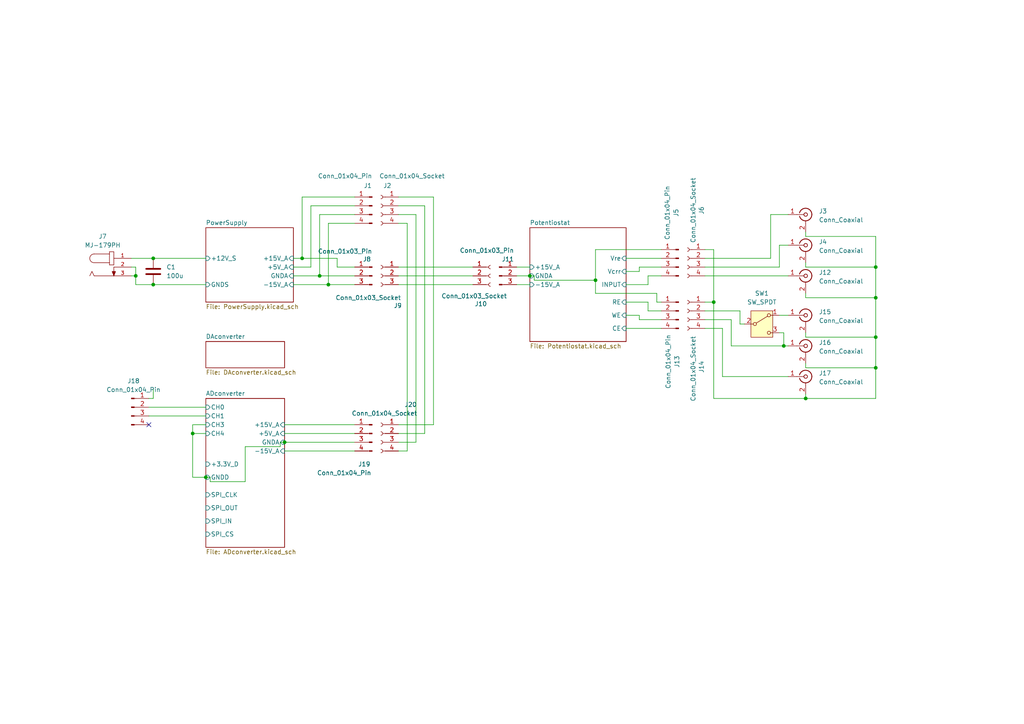
<source format=kicad_sch>
(kicad_sch (version 20231120) (generator "eeschema") (generator_version "8.0")
  (paper "A4")
  (lib_symbols
    (symbol "Connector:Conn_01x03_Pin" (pin_names (offset 1.016) hide)
      (property "Reference" "J" (at 0 5.08 0))
      (property "Value" "Conn_01x03_Pin" (at 0 -5.08 0))
      (symbol "Conn_01x03_Pin_1_1"
        (polyline (pts (xy 1.27 -2.54) (xy 0.8636 -2.54)) (stroke (width 0.1524)))
        (polyline (pts (xy 1.27 0) (xy 0.8636 0)) (stroke (width 0.1524)))
        (polyline (pts (xy 1.27 2.54) (xy 0.8636 2.54)) (stroke (width 0.1524)))
        (rectangle (start 0.8636 -2.413) (end 0 -2.667) (stroke (width 0.1524)) (fill (type outline)))
        (rectangle (start 0.8636 0.127) (end 0 -0.127) (stroke (width 0.1524)) (fill (type outline)))
        (rectangle (start 0.8636 2.667) (end 0 2.413) (stroke (width 0.1524)) (fill (type outline)))
        (pin passive line (at 5.08 2.54 180) (length 3.81) (name "Pin_1") (number "1"))
        (pin passive line (at 5.08 0 180) (length 3.81) (name "Pin_2") (number "2"))
        (pin passive line (at 5.08 -2.54 180) (length 3.81) (name "Pin_3") (number "3"))
      )
    )
    (symbol "Connector:Conn_01x03_Socket" (pin_names (offset 1.016) hide)
      (property "Reference" "J" (at 0 5.08 0))
      (property "Value" "Conn_01x03_Socket" (at 0 -5.08 0))
      (symbol "Conn_01x03_Socket_1_1"
        (arc (start 0 -2.032) (mid -0.5058 -2.54) (end 0 -3.048) (stroke (width 0.1524)))
        (polyline (pts (xy -1.27 -2.54) (xy -0.508 -2.54)) (stroke (width 0.1524)))
        (polyline (pts (xy -1.27 0) (xy -0.508 0)) (stroke (width 0.1524)))
        (polyline (pts (xy -1.27 2.54) (xy -0.508 2.54)) (stroke (width 0.1524)))
        (arc (start 0 0.508) (mid -0.5058 0) (end 0 -0.508) (stroke (width 0.1524)))
        (arc (start 0 3.048) (mid -0.5058 2.54) (end 0 2.032) (stroke (width 0.1524)))
        (pin passive line (at -5.08 2.54 0) (length 3.81) (name "Pin_1") (number "1"))
        (pin passive line (at -5.08 0 0) (length 3.81) (name "Pin_2") (number "2"))
        (pin passive line (at -5.08 -2.54 0) (length 3.81) (name "Pin_3") (number "3"))
      )
    )
    (symbol "Connector:Conn_01x04_Pin" (pin_names (offset 1.016) hide)
      (property "Reference" "J" (at 0 5.08 0))
      (property "Value" "Conn_01x04_Pin" (at 0 -7.62 0))
      (symbol "Conn_01x04_Pin_1_1"
        (polyline (pts (xy 1.27 -5.08) (xy 0.8636 -5.08)) (stroke (width 0.1524)))
        (polyline (pts (xy 1.27 -2.54) (xy 0.8636 -2.54)) (stroke (width 0.1524)))
        (polyline (pts (xy 1.27 0) (xy 0.8636 0)) (stroke (width 0.1524)))
        (polyline (pts (xy 1.27 2.54) (xy 0.8636 2.54)) (stroke (width 0.1524)))
        (rectangle (start 0.8636 -4.953) (end 0 -5.207) (stroke (width 0.1524)) (fill (type outline)))
        (rectangle (start 0.8636 -2.413) (end 0 -2.667) (stroke (width 0.1524)) (fill (type outline)))
        (rectangle (start 0.8636 0.127) (end 0 -0.127) (stroke (width 0.1524)) (fill (type outline)))
        (rectangle (start 0.8636 2.667) (end 0 2.413) (stroke (width 0.1524)) (fill (type outline)))
        (pin passive line (at 5.08 2.54 180) (length 3.81) (name "Pin_1") (number "1"))
        (pin passive line (at 5.08 0 180) (length 3.81) (name "Pin_2") (number "2"))
        (pin passive line (at 5.08 -2.54 180) (length 3.81) (name "Pin_3") (number "3"))
        (pin passive line (at 5.08 -5.08 180) (length 3.81) (name "Pin_4") (number "4"))
      )
    )
    (symbol "Connector:Conn_01x04_Socket" (pin_names (offset 1.016) hide)
      (property "Reference" "J" (at 0 5.08 0))
      (property "Value" "Conn_01x04_Socket" (at 0 -7.62 0))
      (symbol "Conn_01x04_Socket_1_1"
        (arc (start 0 -4.572) (mid -0.5058 -5.08) (end 0 -5.588) (stroke (width 0.1524)))
        (arc (start 0 -2.032) (mid -0.5058 -2.54) (end 0 -3.048) (stroke (width 0.1524)))
        (polyline (pts (xy -1.27 -5.08) (xy -0.508 -5.08)) (stroke (width 0.1524)))
        (polyline (pts (xy -1.27 -2.54) (xy -0.508 -2.54)) (stroke (width 0.1524)))
        (polyline (pts (xy -1.27 0) (xy -0.508 0)) (stroke (width 0.1524)))
        (polyline (pts (xy -1.27 2.54) (xy -0.508 2.54)) (stroke (width 0.1524)))
        (arc (start 0 0.508) (mid -0.5058 0) (end 0 -0.508) (stroke (width 0.1524)))
        (arc (start 0 3.048) (mid -0.5058 2.54) (end 0 2.032) (stroke (width 0.1524)))
        (pin passive line (at -5.08 2.54 0) (length 3.81) (name "Pin_1") (number "1"))
        (pin passive line (at -5.08 0 0) (length 3.81) (name "Pin_2") (number "2"))
        (pin passive line (at -5.08 -2.54 0) (length 3.81) (name "Pin_3") (number "3"))
        (pin passive line (at -5.08 -5.08 0) (length 3.81) (name "Pin_4") (number "4"))
      )
    )
    (symbol "Connector:Conn_Coaxial" (pin_names (offset 1.016) hide)
      (property "Reference" "J" (at 0.254 3.048 0))
      (property "Value" "Conn_Coaxial" (at 2.921 0 90))
      (symbol "Conn_Coaxial_0_1"
        (arc (start -1.778 -0.508) (mid 0.2311 -1.8066) (end 1.778 0) (stroke (width 0.254)))
        (polyline (pts (xy -2.54 0) (xy -0.508 0)))
        (polyline (pts (xy 0 -2.54) (xy 0 -1.778)))
        (circle (center 0 0) (radius 0.508) (stroke (width 0.2032)))
        (arc (start 1.778 0) (mid 0.2099 1.8101) (end -1.778 0.508) (stroke (width 0.254)))
      )
      (symbol "Conn_Coaxial_1_1"
        (pin passive line (at -5.08 0 0) (length 2.54) (name "In") (number "1"))
        (pin passive line (at 0 -5.08 90) (length 2.54) (name "Ext") (number "2"))
      )
    )
    (symbol "Device:C" (pin_numbers hide) (pin_names (offset 0.254))
      (property "Reference" "C" (at 0.635 2.54 0))
      (property "Value" "C" (at 0.635 -2.54 0))
      (symbol "C_0_1"
        (polyline (pts (xy -2.032 -0.762) (xy 2.032 -0.762)) (stroke (width 0.508)))
        (polyline (pts (xy -2.032 0.762) (xy 2.032 0.762)) (stroke (width 0.508)))
      )
      (symbol "C_1_1"
        (pin passive line (at 0 3.81 270) (length 2.794) (name "~") (number "1"))
        (pin passive line (at 0 -3.81 90) (length 2.794) (name "~") (number "2"))
      )
    )
    (symbol "MJ-179PH:MJ-179PH" (pin_names (offset 1.016))
      (property "Reference" "J" (at -7.62 5.08 0))
      (property "Value" "MJ-179PH" (at -7.62 -5.08 0))
      (symbol "MJ-179PH_0_0"
        (arc (start -5.715 3.81) (mid -6.9794 2.54) (end -5.715 1.27) (stroke (width 0.1524)))
        (polyline (pts (xy -6.35 -1.27) (xy -6.985 -2.54)) (stroke (width 0.1524)))
        (polyline (pts (xy -5.715 -2.54) (xy -6.35 -1.27)) (stroke (width 0.1524)))
        (polyline (pts (xy -5.715 3.81) (xy -1.27 3.81)) (stroke (width 0.1524)))
        (polyline (pts (xy -1.27 0.635) (xy 0 0.635)) (stroke (width 0.1524)))
        (polyline (pts (xy -1.27 1.27) (xy -5.715 1.27)) (stroke (width 0.1524)))
        (polyline (pts (xy -1.27 1.27) (xy -1.27 0.635)) (stroke (width 0.1524)))
        (polyline (pts (xy -1.27 3.81) (xy -1.27 1.27)) (stroke (width 0.1524)))
        (polyline (pts (xy -1.27 4.445) (xy -1.27 3.81)) (stroke (width 0.1524)))
        (polyline (pts (xy 0 -2.54) (xy -5.715 -2.54)) (stroke (width 0.1524)))
        (polyline (pts (xy 0 0) (xy 0 -2.54)) (stroke (width 0.1524)))
        (polyline (pts (xy 0 0.635) (xy 0 4.445)) (stroke (width 0.1524)))
        (polyline (pts (xy 0 4.445) (xy -1.27 4.445)) (stroke (width 0.1524)))
        (polyline (pts (xy 0 -2.54) (xy -0.508 -1.27) (xy 0.508 -1.27) (xy 0 -2.54)) (stroke (width 0.1524)) (fill (type outline)))
        (pin passive line (at 5.08 2.54 180) (length 5.08) (name "~") (number "1"))
        (pin passive line (at 5.08 0 180) (length 5.08) (name "~") (number "2"))
        (pin passive line (at 5.08 -2.54 180) (length 5.08) (name "~") (number "3"))
      )
    )
    (symbol "Switch:SW_SPDT" (pin_names (offset 0) hide)
      (property "Reference" "SW" (at 0 5.08 0))
      (property "Value" "SW_SPDT" (at 0 -5.08 0))
      (symbol "SW_SPDT_0_1"
        (circle (center -2.032 0) (radius 0.4572))
        (polyline (pts (xy -1.651 0.254) (xy 1.651 2.286)))
        (circle (center 2.032 -2.54) (radius 0.4572))
        (circle (center 2.032 2.54) (radius 0.4572))
      )
      (symbol "SW_SPDT_1_1"
        (rectangle (start -3.175 3.81) (end 3.175 -3.81) (fill (type background)))
        (pin passive line (at 5.08 2.54 180) (length 2.54) (name "A") (number "1"))
        (pin passive line (at -5.08 0 0) (length 2.54) (name "B") (number "2"))
        (pin passive line (at 5.08 -2.54 180) (length 2.54) (name "C") (number "3"))
      )
    )
  )
  (junction (at 207.01 87.63))
  (junction (at 44.45 74.93))
  (junction (at 233.68 115.57))
  (junction (at 153.67 80.01))
  (junction (at 82.55 128.27))
  (junction (at 254 97.79))
  (junction (at 254 106.68))
  (junction (at 44.45 82.55))
  (junction (at 254 86.36))
  (junction (at 172.72 81.28))
  (junction (at 87.63 74.93))
  (junction (at 55.88 125.73))
  (junction (at 227.33 100.33))
  (junction (at 59.69 138.43))
  (junction (at 95.25 82.55))
  (junction (at 254 77.47))
  (junction (at 92.71 80.01))
  (junction (at 39.37 80.01))
  (no_connect (at 43.18 123.19))
  (wire (pts (xy 233.68 68.58) (xy 254 68.58)))
  (wire (pts (xy 233.68 86.36) (xy 254 86.36)))
  (wire (pts (xy 187.96 87.63) (xy 187.96 90.17)))
  (wire (pts (xy 233.68 114.3) (xy 233.68 115.57)))
  (wire (pts (xy 59.69 138.43) (xy 55.88 138.43)))
  (wire (pts (xy 254 68.58) (xy 254 77.47)))
  (wire (pts (xy 115.57 77.47) (xy 137.16 77.47)))
  (wire (pts (xy 38.1 77.47) (xy 39.37 77.47)))
  (wire (pts (xy 44.45 74.93) (xy 38.1 74.93)))
  (wire (pts (xy 43.18 115.57) (xy 44.45 115.57)))
  (wire (pts (xy 185.42 91.44) (xy 185.42 92.71)))
  (wire (pts (xy 233.68 77.47) (xy 254 77.47)))
  (wire (pts (xy 204.47 95.25) (xy 209.55 95.25)))
  (wire (pts (xy 115.57 62.23) (xy 120.65 62.23)))
  (wire (pts (xy 172.72 85.09) (xy 190.5 85.09)))
  (wire (pts (xy 102.87 62.23) (xy 92.71 62.23)))
  (wire (pts (xy 118.11 130.81) (xy 115.57 130.81)))
  (wire (pts (xy 233.68 85.09) (xy 233.68 86.36)))
  (wire (pts (xy 81.28 129.54) (xy 71.12 129.54)))
  (wire (pts (xy 115.57 123.19) (xy 125.73 123.19)))
  (wire (pts (xy 92.71 62.23) (xy 92.71 80.01)))
  (wire (pts (xy 233.68 115.57) (xy 254 115.57)))
  (wire (pts (xy 87.63 57.15) (xy 87.63 74.93)))
  (wire (pts (xy 85.09 74.93) (xy 87.63 74.93)))
  (wire (pts (xy 181.61 91.44) (xy 185.42 91.44)))
  (wire (pts (xy 81.28 128.27) (xy 81.28 129.54)))
  (wire (pts (xy 43.18 118.11) (xy 59.69 118.11)))
  (wire (pts (xy 233.68 105.41) (xy 233.68 106.68)))
  (wire (pts (xy 39.37 77.47) (xy 39.37 80.01)))
  (wire (pts (xy 55.88 125.73) (xy 59.69 125.73)))
  (wire (pts (xy 92.71 80.01) (xy 102.87 80.01)))
  (wire (pts (xy 153.67 80.01) (xy 154.94 80.01)))
  (wire (pts (xy 55.88 125.73) (xy 55.88 123.19)))
  (wire (pts (xy 90.17 59.69) (xy 90.17 77.47)))
  (wire (pts (xy 190.5 85.09) (xy 190.5 87.63)))
  (wire (pts (xy 115.57 64.77) (xy 118.11 64.77)))
  (wire (pts (xy 227.33 96.52) (xy 226.06 96.52)))
  (wire (pts (xy 149.86 82.55) (xy 153.67 82.55)))
  (wire (pts (xy 82.55 125.73) (xy 102.87 125.73)))
  (wire (pts (xy 102.87 59.69) (xy 90.17 59.69)))
  (wire (pts (xy 82.55 130.81) (xy 102.87 130.81)))
  (wire (pts (xy 55.88 123.19) (xy 59.69 123.19)))
  (wire (pts (xy 209.55 95.25) (xy 209.55 109.22)))
  (wire (pts (xy 39.37 82.55) (xy 39.37 80.01)))
  (wire (pts (xy 87.63 74.93) (xy 97.79 74.93)))
  (wire (pts (xy 226.06 77.47) (xy 226.06 71.12)))
  (wire (pts (xy 181.61 95.25) (xy 191.77 95.25)))
  (wire (pts (xy 172.72 81.28) (xy 172.72 85.09)))
  (wire (pts (xy 228.6 100.33) (xy 227.33 100.33)))
  (wire (pts (xy 181.61 74.93) (xy 191.77 74.93)))
  (wire (pts (xy 254 77.47) (xy 254 86.36)))
  (wire (pts (xy 118.11 64.77) (xy 118.11 130.81)))
  (wire (pts (xy 204.47 77.47) (xy 226.06 77.47)))
  (wire (pts (xy 187.96 80.01) (xy 191.77 80.01)))
  (wire (pts (xy 254 106.68) (xy 254 115.57)))
  (wire (pts (xy 254 97.79) (xy 254 106.68)))
  (wire (pts (xy 233.68 97.79) (xy 254 97.79)))
  (wire (pts (xy 223.52 74.93) (xy 223.52 62.23)))
  (wire (pts (xy 115.57 80.01) (xy 137.16 80.01)))
  (wire (pts (xy 172.72 72.39) (xy 172.72 81.28)))
  (wire (pts (xy 187.96 82.55) (xy 181.61 82.55)))
  (wire (pts (xy 185.42 77.47) (xy 191.77 77.47)))
  (wire (pts (xy 187.96 90.17) (xy 191.77 90.17)))
  (wire (pts (xy 204.47 92.71) (xy 212.09 92.71)))
  (wire (pts (xy 204.47 80.01) (xy 228.6 80.01)))
  (wire (pts (xy 190.5 87.63) (xy 191.77 87.63)))
  (wire (pts (xy 185.42 92.71) (xy 191.77 92.71)))
  (wire (pts (xy 212.09 100.33) (xy 227.33 100.33)))
  (wire (pts (xy 226.06 91.44) (xy 228.6 91.44)))
  (wire (pts (xy 227.33 100.33) (xy 227.33 96.52)))
  (wire (pts (xy 120.65 62.23) (xy 120.65 128.27)))
  (wire (pts (xy 212.09 92.71) (xy 212.09 100.33)))
  (wire (pts (xy 59.69 138.43) (xy 60.96 138.43)))
  (wire (pts (xy 187.96 80.01) (xy 187.96 82.55)))
  (wire (pts (xy 43.18 120.65) (xy 59.69 120.65)))
  (wire (pts (xy 226.06 71.12) (xy 228.6 71.12)))
  (wire (pts (xy 85.09 82.55) (xy 95.25 82.55)))
  (wire (pts (xy 95.25 64.77) (xy 95.25 82.55)))
  (wire (pts (xy 60.96 139.7) (xy 71.12 139.7)))
  (wire (pts (xy 154.94 81.28) (xy 172.72 81.28)))
  (wire (pts (xy 181.61 87.63) (xy 187.96 87.63)))
  (wire (pts (xy 223.52 62.23) (xy 228.6 62.23)))
  (wire (pts (xy 95.25 82.55) (xy 102.87 82.55)))
  (wire (pts (xy 97.79 77.47) (xy 102.87 77.47)))
  (wire (pts (xy 123.19 125.73) (xy 115.57 125.73)))
  (wire (pts (xy 125.73 57.15) (xy 125.73 123.19)))
  (wire (pts (xy 214.63 93.98) (xy 215.9 93.98)))
  (wire (pts (xy 204.47 87.63) (xy 207.01 87.63)))
  (wire (pts (xy 82.55 128.27) (xy 102.87 128.27)))
  (wire (pts (xy 185.42 77.47) (xy 185.42 78.74)))
  (wire (pts (xy 154.94 80.01) (xy 154.94 81.28)))
  (wire (pts (xy 44.45 74.93) (xy 59.69 74.93)))
  (wire (pts (xy 115.57 57.15) (xy 125.73 57.15)))
  (wire (pts (xy 123.19 59.69) (xy 123.19 125.73)))
  (wire (pts (xy 149.86 77.47) (xy 153.67 77.47)))
  (wire (pts (xy 207.01 72.39) (xy 207.01 87.63)))
  (wire (pts (xy 254 86.36) (xy 254 97.79)))
  (wire (pts (xy 149.86 80.01) (xy 153.67 80.01)))
  (wire (pts (xy 87.63 57.15) (xy 102.87 57.15)))
  (wire (pts (xy 204.47 90.17) (xy 214.63 90.17)))
  (wire (pts (xy 85.09 80.01) (xy 92.71 80.01)))
  (wire (pts (xy 120.65 128.27) (xy 115.57 128.27)))
  (wire (pts (xy 71.12 129.54) (xy 71.12 139.7)))
  (wire (pts (xy 191.77 72.39) (xy 172.72 72.39)))
  (wire (pts (xy 214.63 90.17) (xy 214.63 93.98)))
  (wire (pts (xy 233.68 96.52) (xy 233.68 97.79)))
  (wire (pts (xy 204.47 74.93) (xy 223.52 74.93)))
  (wire (pts (xy 209.55 109.22) (xy 228.6 109.22)))
  (wire (pts (xy 233.68 76.2) (xy 233.68 77.47)))
  (wire (pts (xy 38.1 80.01) (xy 39.37 80.01)))
  (wire (pts (xy 115.57 82.55) (xy 137.16 82.55)))
  (wire (pts (xy 82.55 123.19) (xy 102.87 123.19)))
  (wire (pts (xy 39.37 82.55) (xy 44.45 82.55)))
  (wire (pts (xy 55.88 138.43) (xy 55.88 125.73)))
  (wire (pts (xy 44.45 115.57) (xy 44.45 113.03)))
  (wire (pts (xy 60.96 138.43) (xy 60.96 139.7)))
  (wire (pts (xy 207.01 115.57) (xy 233.68 115.57)))
  (wire (pts (xy 115.57 59.69) (xy 123.19 59.69)))
  (wire (pts (xy 233.68 106.68) (xy 254 106.68)))
  (wire (pts (xy 181.61 78.74) (xy 185.42 78.74)))
  (wire (pts (xy 204.47 72.39) (xy 207.01 72.39)))
  (wire (pts (xy 102.87 64.77) (xy 95.25 64.77)))
  (wire (pts (xy 207.01 87.63) (xy 207.01 115.57)))
  (wire (pts (xy 90.17 77.47) (xy 85.09 77.47)))
  (wire (pts (xy 82.55 128.27) (xy 81.28 128.27)))
  (wire (pts (xy 44.45 82.55) (xy 59.69 82.55)))
  (wire (pts (xy 233.68 68.58) (xy 233.68 67.31)))
  (wire (pts (xy 97.79 74.93) (xy 97.79 77.47)))
  (symbol (lib_id "Connector:Conn_01x03_Pin") (at 107.95 80.01 0) (mirror y) (unit 1)
    (property "Reference" "J8" (at 106.426 75.184 0))
    (property "Value" "Conn_01x03_Pin" (at 100.076 72.898 0))
    (property "Description" "Generic connector, single row, 01x03, script generated" (effects (hide yes)))
  )
  (symbol (lib_id "Connector:Conn_01x04_Socket") (at 110.49 59.69 0) (mirror y) (unit 1)
    (property "Reference" "J2" (at 113.538 53.848 0) (effects (justify left)))
    (property "Value" "Conn_01x04_Socket" (at 129.032 51.054 0) (effects (justify left)))
    (property "Description" "Generic connector, single row, 01x04, script generated" (effects (hide yes)))
  )
  (symbol (lib_id "Connector:Conn_01x03_Socket") (at 110.49 80.01 0) (mirror y) (unit 1)
    (property "Reference" "J9" (at 116.586 88.646 0) (effects (justify left)))
    (property "Value" "Conn_01x03_Socket" (at 116.332 86.36 0) (effects (justify left)))
    (property "Description" "Generic connector, single row, 01x03, script generated" (effects (hide yes)))
  )
  (symbol (lib_id "Connector:Conn_01x04_Socket") (at 199.39 90.17 0) (mirror y) (unit 1)
    (property "Reference" "J14" (at 203.454 108.204 90) (effects (justify left)))
    (property "Value" "Conn_01x04_Socket" (at 201.041 116.459 90) (effects (justify left)))
    (property "Description" "Generic connector, single row, 01x04, script generated" (effects (hide yes)))
  )
  (symbol (lib_id "Connector:Conn_01x04_Socket") (at 110.49 125.73 0) (mirror y) (unit 1)
    (property "Reference" "J20" (at 119.126 117.348 0))
    (property "Value" "Conn_01x04_Socket" (at 111.506 119.888 0))
    (property "Description" "Generic connector, single row, 01x04, script generated" (effects (hide yes)))
  )
  (symbol (lib_id "Connector:Conn_01x03_Pin") (at 144.78 80.01 0) (unit 1)
    (property "Reference" "J11" (at 149.098 75.184 0) (effects (justify right)))
    (property "Value" "Conn_01x03_Pin" (at 149.098 72.644 0) (effects (justify right)))
    (property "Description" "Generic connector, single row, 01x03, script generated" (effects (hide yes)))
  )
  (symbol (lib_id "Connector:Conn_Coaxial") (at 233.68 71.12 0) (unit 1)
    (property "Reference" "J4" (at 237.49 70.1431 0) (effects (justify left)))
    (property "Value" "Conn_Coaxial" (at 237.49 72.6831 0) (effects (justify left)))
    (property "Description" "coaxial connector (BNC, SMA, SMB, SMC, Cinch/RCA, LEMO, ...)" (effects (hide yes)))
  )
  (symbol (lib_id "Connector:Conn_Coaxial") (at 233.68 80.01 0) (unit 1)
    (property "Reference" "J12" (at 237.49 79.0331 0) (effects (justify left)))
    (property "Value" "Conn_Coaxial" (at 237.49 81.5731 0) (effects (justify left)))
    (property "Description" "coaxial connector (BNC, SMA, SMB, SMC, Cinch/RCA, LEMO, ...)" (effects (hide yes)))
  )
  (symbol (lib_id "Connector:Conn_01x04_Socket") (at 199.39 74.93 0) (mirror y) (unit 1)
    (property "Reference" "J6" (at 203.454 62.23 90) (effects (justify left)))
    (property "Value" "Conn_01x04_Socket" (at 201.041 70.485 90) (effects (justify left)))
    (property "Description" "Generic connector, single row, 01x04, script generated" (effects (hide yes)))
  )
  (symbol (lib_id "MJ-179PH:MJ-179PH") (at 33.02 77.47 0) (unit 1)
    (property "Reference" "J7" (at 29.7815 68.58 0))
    (property "Value" "MJ-179PH" (at 29.7815 71.12 0))
    (property "Footprint" "MJ-179PH:MJ-179PH" (effects (hide yes)))
    (property "CURRENT-RATING" "4A" (effects (hide yes)))
    (property "MF" "Multicomp" (effects (hide yes)))
    (property "Description_1" "\n                        \n                            SOCKET, LOW VOLTAGE; Connector Type: Standard Power Entry; Gender: Socket; Voltage Rating: 12V; Current Rating: 5A; C...\n                        \n" (effects (hide yes)))
    (property "Package" "None" (effects (hide yes)))
    (property "GENDER" "Socket,female" (effects (hide yes)))
    (property "BRAND" "Multicomp" (effects (hide yes)))
    (property "BODY_ORIENTATION" "Right angle" (effects (hide yes)))
    (property "Check_prices" "https://www.snapeda.com/parts/MJ-179PH/Multicomp/view-part/?ref=eda" (effects (hide yes)))
    (property "Price" "None" (effects (hide yes)))
    (property "VOLTAGE-RATING" "12VDC" (effects (hide yes)))
    (property "SnapEDA_Link" "https://www.snapeda.com/parts/MJ-179PH/Multicomp/view-part/?ref=snap" (effects (hide yes)))
    (property "MFR-NO" "MJ-179PH" (effects (hide yes)))
    (property "INSIDE_CONTACT_DIAMETER" "1,95mm" (effects (hide yes)))
    (property "FARNELL" "1737246" (effects (hide yes)))
    (property "Availability" "Not in stock" (effects (hide yes)))
    (property "TYPE" "PCB through hole" (effects (hide yes)))
    (property "OUTSIDE_CONTACT_DIAMETER" "6mm" (effects (hide yes)))
    (property "MP" "MJ-179PH" (effects (hide yes)))
  )
  (symbol (lib_id "Connector:Conn_Coaxial") (at 233.68 100.33 0) (unit 1)
    (property "Reference" "J16" (at 237.49 99.3531 0) (effects (justify left)))
    (property "Value" "Conn_Coaxial" (at 237.49 101.8931 0) (effects (justify left)))
    (property "Description" "coaxial connector (BNC, SMA, SMB, SMC, Cinch/RCA, LEMO, ...)" (effects (hide yes)))
  )
  (symbol (lib_id "Connector:Conn_Coaxial") (at 233.68 91.44 0) (unit 1)
    (property "Reference" "J15" (at 237.49 90.4631 0) (effects (justify left)))
    (property "Value" "Conn_Coaxial" (at 237.49 93.0031 0) (effects (justify left)))
    (property "Description" "coaxial connector (BNC, SMA, SMB, SMC, Cinch/RCA, LEMO, ...)" (effects (hide yes)))
  )
  (symbol (lib_id "Connector:Conn_Coaxial") (at 233.68 109.22 0) (unit 1)
    (property "Reference" "J17" (at 237.49 108.2431 0) (effects (justify left)))
    (property "Value" "Conn_Coaxial" (at 237.49 110.7831 0) (effects (justify left)))
    (property "Description" "coaxial connector (BNC, SMA, SMB, SMC, Cinch/RCA, LEMO, ...)" (effects (hide yes)))
  )
  (symbol (lib_id "Connector:Conn_Coaxial") (at 233.68 62.23 0) (unit 1)
    (property "Reference" "J3" (at 237.49 61.2531 0) (effects (justify left)))
    (property "Value" "Conn_Coaxial" (at 237.49 63.7931 0) (effects (justify left)))
    (property "Description" "coaxial connector (BNC, SMA, SMB, SMC, Cinch/RCA, LEMO, ...)" (effects (hide yes)))
  )
  (symbol (lib_id "Connector:Conn_01x04_Pin") (at 196.85 74.93 0) (mirror y) (unit 1)
    (property "Reference" "J5" (at 196.088 61.722 90))
    (property "Value" "Conn_01x04_Pin" (at 193.548 61.722 90))
    (property "Description" "Generic connector, single row, 01x04, script generated" (effects (hide yes)))
  )
  (symbol (lib_id "Switch:SW_SPDT") (at 220.98 93.98 0) (unit 1)
    (property "Reference" "SW1" (at 220.98 85.09 0))
    (property "Value" "SW_SPDT" (at 220.98 87.63 0))
    (property "Description" "Switch, single pole double throw" (effects (hide yes)))
  )
  (symbol (lib_id "Connector:Conn_01x03_Socket") (at 142.24 80.01 0) (unit 1)
    (property "Reference" "J10" (at 137.668 88.138 0) (effects (justify left)))
    (property "Value" "Conn_01x03_Socket" (at 128.016 85.852 0) (effects (justify left)))
    (property "Description" "Generic connector, single row, 01x03, script generated" (effects (hide yes)))
  )
  (symbol (lib_id "Connector:Conn_01x04_Pin") (at 38.1 118.11 0) (unit 1)
    (property "Reference" "J18" (at 38.735 110.49 0))
    (property "Value" "Conn_01x04_Pin" (at 38.735 113.03 0))
    (property "Description" "Generic connector, single row, 01x04, script generated" (effects (hide yes)))
  )
  (symbol (lib_id "Connector:Conn_01x04_Pin") (at 196.85 90.17 0) (mirror y) (unit 1)
    (property "Reference" "J13" (at 196.342 104.902 90))
    (property "Value" "Conn_01x04_Pin" (at 193.802 104.902 90))
    (property "Description" "Generic connector, single row, 01x04, script generated" (effects (hide yes)))
  )
  (symbol (lib_id "Connector:Conn_01x04_Pin") (at 107.95 125.73 0) (mirror y) (unit 1)
    (property "Reference" "J19" (at 105.664 134.62 0))
    (property "Value" "Conn_01x04_Pin" (at 99.822 137.16 0))
    (property "Description" "Generic connector, single row, 01x04, script generated" (effects (hide yes)))
  )
  (symbol (lib_id "Connector:Conn_01x04_Pin") (at 107.95 59.69 0) (mirror y) (unit 1)
    (property "Reference" "J1" (at 106.68 53.848 0))
    (property "Value" "Conn_01x04_Pin" (at 100.076 51.054 0))
    (property "Description" "Generic connector, single row, 01x04, script generated" (effects (hide yes)))
  )
  (symbol (lib_id "Device:C") (at 44.45 78.74 0) (unit 1)
    (property "Reference" "C1" (at 48.26 77.4699 0) (effects (justify left)))
    (property "Value" "100u" (at 48.26 80.0099 0) (effects (justify left)))
    (property "Description" "Unpolarized capacitor" (effects (hide yes)))
  )
  (sheet (at 59.69 99.06) (size 22.86 7.62) (stroke (width 0.1524))
    (property "Sheetname" "DAconverter" (at 59.69 98.3484 0) (effects (justify left bottom)))
    (property "Sheetfile" "DAconverter.kicad_sch" (at 59.69 107.2646 0) (effects (justify left top)))
  )
  (sheet (at 153.67 66.04) (size 27.94 33.02) (stroke (width 0.1524))
    (property "Sheetname" "Potentiostat" (at 153.67 65.3284 0) (effects (justify left bottom)))
    (property "Sheetfile" "Potentiostat.kicad_sch" (at 153.67 99.6446 0) (effects (justify left top)))
    (pin "Vre" input (at 181.61 74.93 0))
    (pin "Vcrr" input (at 181.61 78.74 0))
    (pin "INPUT" input (at 181.61 82.55 0))
    (pin "-15V_A" input (at 153.67 82.55 180))
    (pin "+15V_A" input (at 153.67 77.47 180))
    (pin "GNDA" input (at 153.67 80.01 180))
    (pin "CE" input (at 181.61 95.25 0))
    (pin "RE" input (at 181.61 87.63 0))
    (pin "WE" input (at 181.61 91.44 0))
  )
  (sheet (at 59.69 115.57) (size 22.86 43.18) (stroke (width 0.1524))
    (property "Sheetname" "ADconverter" (at 59.69 114.8584 0) (effects (justify left bottom)))
    (property "Sheetfile" "ADconverter.kicad_sch" (at 59.69 159.3346 0) (effects (justify left top)))
    (pin "CH3" input (at 59.69 123.19 180))
    (pin "CH1" input (at 59.69 120.65 180))
    (pin "CH4" input (at 59.69 125.73 180))
    (pin "SPI_IN" input (at 59.69 151.13 180))
    (pin "SPI_CS" input (at 59.69 154.94 180))
    (pin "SPI_OUT" input (at 59.69 147.32 180))
    (pin "SPI_CLK" input (at 59.69 143.51 180))
    (pin "CH0" input (at 59.69 118.11 180))
    (pin "+15V_A" input (at 82.55 123.19 0))
    (pin "+5V_A" input (at 82.55 125.73 0))
    (pin "GNDA" input (at 82.55 128.27 0))
    (pin "+3.3V_D" input (at 59.69 134.62 180))
    (pin "-15V_A" input (at 82.55 130.81 0))
    (pin "GNDD" input (at 59.69 138.43 180))
  )
  (sheet (at 59.69 66.04) (size 25.4 21.59) (stroke (width 0.1524))
    (property "Sheetname" "PowerSupply" (at 59.69 65.3284 0) (effects (justify left bottom)))
    (property "Sheetfile" "PowerSupply.kicad_sch" (at 59.69 88.2146 0) (effects (justify left top)))
    (pin "GNDS" input (at 59.69 82.55 180))
    (pin "+12V_S" input (at 59.69 74.93 180))
    (pin "-15V_A" input (at 85.09 82.55 0))
    (pin "+15V_A" input (at 85.09 74.93 0))
    (pin "GNDA" input (at 85.09 80.01 0))
    (pin "+5V_A" input (at 85.09 77.47 0))
  )
)
</source>
